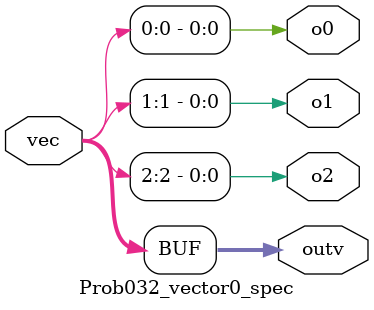
<source format=v>
module Prob032_vector0_spec(
    input [2:0] vec,
    output [2:0] outv,
    output [0:0] o2,
    output [0:0] o1,
    output [0:0] o0
);
    // Assign the output vector to be the same as the input vector
    assign outv = vec;
    // Split the input vector into separate bits
    assign o2 = vec[2];
    assign o1 = vec[1];
    assign o0 = vec[0];
endmodule

</source>
